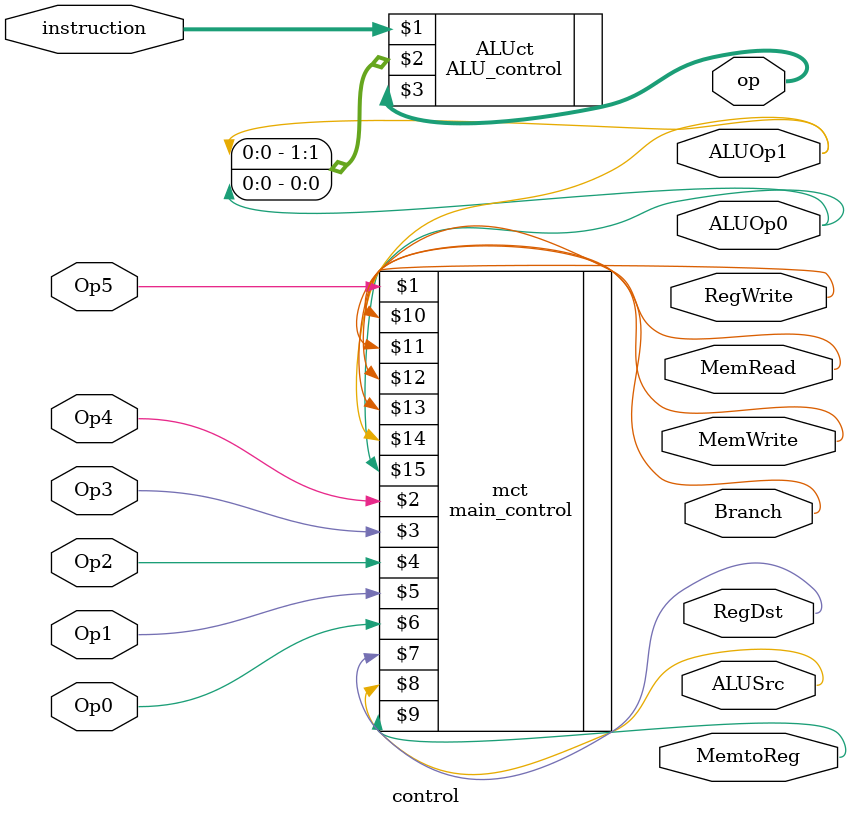
<source format=sv>
module control (
    input logic [5:0] instruction,
    input logic Op5, Op4, Op3, Op2, Op1, Op0,
    output logic RegDst, ALUSrc, MemtoReg, RegWrite, MemRead, MemWrite, Branch, ALUOp1, ALUOp0,
    output logic [3:0] op
);

    main_control mct (Op5, Op4, Op3, Op2, Op1, Op0, RegDst, ALUSrc, MemtoReg, RegWrite, MemRead, MemWrite, Branch, ALUOp1, ALUOp0);

    ALU_control ALUct (instruction, {ALUOp1, ALUOp0}, op);

endmodule
</source>
